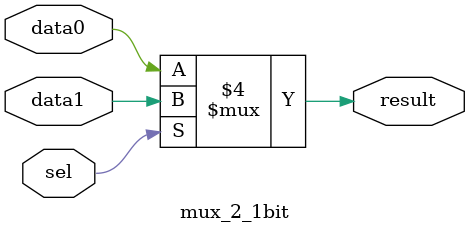
<source format=v>
/*
Anthony De Caria - November 04, 2014

This module creates a 1-bit two input Mux.
*/

module mux_2_1bit(data0, data1, sel, result);
	input data0, data1;
	input sel;
	output reg result;
	
	always@(*)
	begin
		if (~sel)
		begin
			result <= data0;
		end
		else
		begin
			result <= data1;
		end
	end
endmodule

</source>
